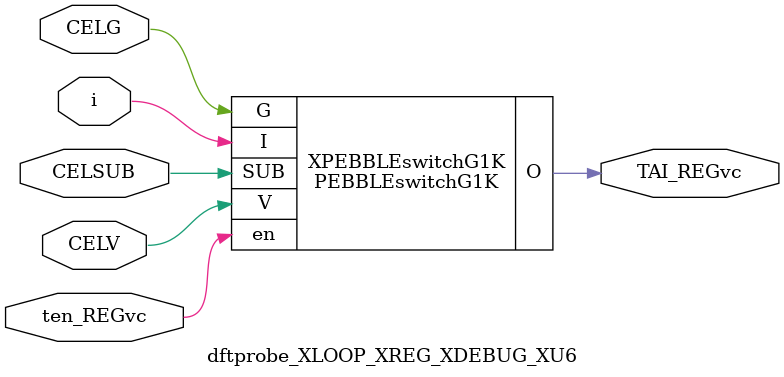
<source format=v>


module PEBBLEswitchG1K ( O, G, I, SUB, V, en );

  input V;
  input en;
  input I;
  input G;
  input SUB;
  output O;
endmodule


module dftprobe_XLOOP_XREG_XDEBUG_XU6 (i,TAI_REGvc,ten_REGvc,CELG,CELSUB,CELV);
input  i;
output  TAI_REGvc;
input  ten_REGvc;
input  CELG;
input  CELSUB;
input  CELV;

PEBBLEswitchG1K XPEBBLEswitchG1K(
  .I (i),
  .O (TAI_REGvc),
  .en (ten_REGvc),
  .G (CELG),
  .SUB (CELSUB),
  .V (CELV)
);

endmodule


</source>
